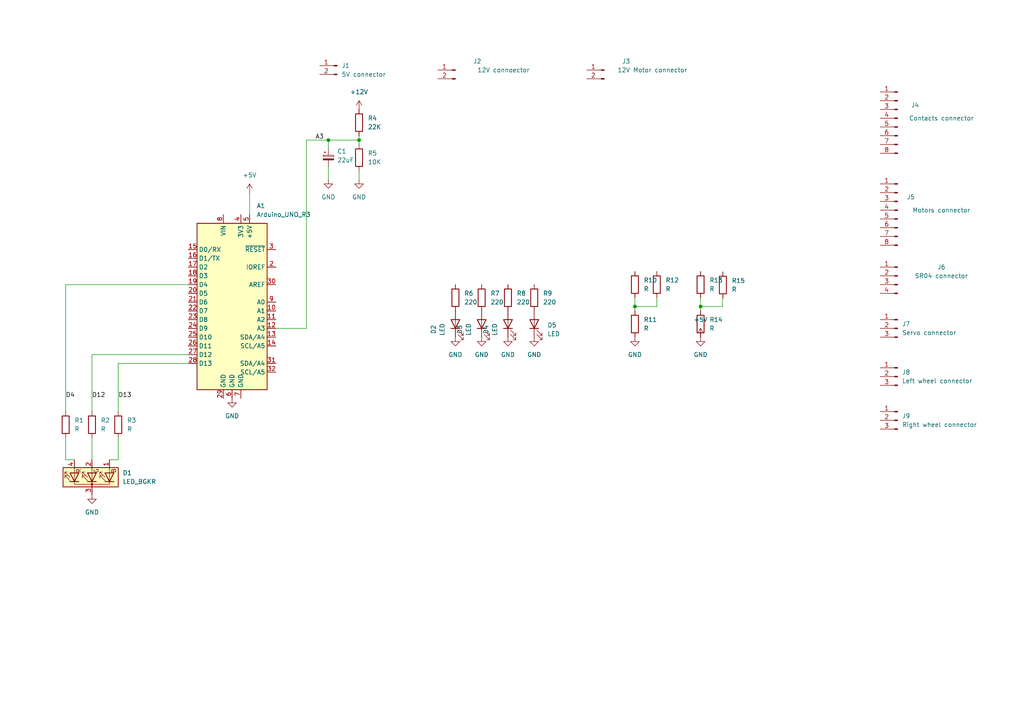
<source format=kicad_sch>
(kicad_sch (version 20211123) (generator eeschema)
  (paper "A4")
  (lib_symbols
    (symbol "Connector:Conn_01x02_Male" (pin_names (offset 1.016) hide)
      (property "Reference" "J" (at 0 2.54 0))
      (property "Value" "Conn_01x02_Male" (at 0 -5.08 0))
      (symbol "Conn_01x02_Male_1_1"
        (polyline (pts (xy 1.27 -2.54) (xy 0.8636 -2.54)) (stroke (width 0.1524)))
        (polyline (pts (xy 1.27 0) (xy 0.8636 0)) (stroke (width 0.1524)))
        (rectangle (start 0.8636 -2.413) (end 0 -2.667) (stroke (width 0.1524)) (fill (type outline)))
        (rectangle (start 0.8636 0.127) (end 0 -0.127) (stroke (width 0.1524)) (fill (type outline)))
        (pin passive line (at 5.08 0 180) (length 3.81) (name "Pin_1") (number "1"))
        (pin passive line (at 5.08 -2.54 180) (length 3.81) (name "Pin_2") (number "2"))
      )
    )
    (symbol "Connector:Conn_01x03_Male" (pin_names (offset 1.016) hide)
      (property "Reference" "J" (at 0 5.08 0))
      (property "Value" "Conn_01x03_Male" (at 0 -5.08 0))
      (symbol "Conn_01x03_Male_1_1"
        (polyline (pts (xy 1.27 -2.54) (xy 0.8636 -2.54)) (stroke (width 0.1524)))
        (polyline (pts (xy 1.27 0) (xy 0.8636 0)) (stroke (width 0.1524)))
        (polyline (pts (xy 1.27 2.54) (xy 0.8636 2.54)) (stroke (width 0.1524)))
        (rectangle (start 0.8636 -2.413) (end 0 -2.667) (stroke (width 0.1524)) (fill (type outline)))
        (rectangle (start 0.8636 0.127) (end 0 -0.127) (stroke (width 0.1524)) (fill (type outline)))
        (rectangle (start 0.8636 2.667) (end 0 2.413) (stroke (width 0.1524)) (fill (type outline)))
        (pin passive line (at 5.08 2.54 180) (length 3.81) (name "Pin_1") (number "1"))
        (pin passive line (at 5.08 0 180) (length 3.81) (name "Pin_2") (number "2"))
        (pin passive line (at 5.08 -2.54 180) (length 3.81) (name "Pin_3") (number "3"))
      )
    )
    (symbol "Connector:Conn_01x04_Male" (pin_names (offset 1.016) hide)
      (property "Reference" "J" (at 0 5.08 0))
      (property "Value" "Conn_01x04_Male" (at 0 -7.62 0))
      (symbol "Conn_01x04_Male_1_1"
        (polyline (pts (xy 1.27 -5.08) (xy 0.8636 -5.08)) (stroke (width 0.1524)))
        (polyline (pts (xy 1.27 -2.54) (xy 0.8636 -2.54)) (stroke (width 0.1524)))
        (polyline (pts (xy 1.27 0) (xy 0.8636 0)) (stroke (width 0.1524)))
        (polyline (pts (xy 1.27 2.54) (xy 0.8636 2.54)) (stroke (width 0.1524)))
        (rectangle (start 0.8636 -4.953) (end 0 -5.207) (stroke (width 0.1524)) (fill (type outline)))
        (rectangle (start 0.8636 -2.413) (end 0 -2.667) (stroke (width 0.1524)) (fill (type outline)))
        (rectangle (start 0.8636 0.127) (end 0 -0.127) (stroke (width 0.1524)) (fill (type outline)))
        (rectangle (start 0.8636 2.667) (end 0 2.413) (stroke (width 0.1524)) (fill (type outline)))
        (pin passive line (at 5.08 2.54 180) (length 3.81) (name "Pin_1") (number "1"))
        (pin passive line (at 5.08 0 180) (length 3.81) (name "Pin_2") (number "2"))
        (pin passive line (at 5.08 -2.54 180) (length 3.81) (name "Pin_3") (number "3"))
        (pin passive line (at 5.08 -5.08 180) (length 3.81) (name "Pin_4") (number "4"))
      )
    )
    (symbol "Connector:Conn_01x08_Male" (pin_names (offset 1.016) hide)
      (property "Reference" "J" (at 0 10.16 0))
      (property "Value" "Conn_01x08_Male" (at 0 -12.7 0))
      (symbol "Conn_01x08_Male_1_1"
        (polyline (pts (xy 1.27 -10.16) (xy 0.8636 -10.16)) (stroke (width 0.1524)))
        (polyline (pts (xy 1.27 -7.62) (xy 0.8636 -7.62)) (stroke (width 0.1524)))
        (polyline (pts (xy 1.27 -5.08) (xy 0.8636 -5.08)) (stroke (width 0.1524)))
        (polyline (pts (xy 1.27 -2.54) (xy 0.8636 -2.54)) (stroke (width 0.1524)))
        (polyline (pts (xy 1.27 0) (xy 0.8636 0)) (stroke (width 0.1524)))
        (polyline (pts (xy 1.27 2.54) (xy 0.8636 2.54)) (stroke (width 0.1524)))
        (polyline (pts (xy 1.27 5.08) (xy 0.8636 5.08)) (stroke (width 0.1524)))
        (polyline (pts (xy 1.27 7.62) (xy 0.8636 7.62)) (stroke (width 0.1524)))
        (rectangle (start 0.8636 -10.033) (end 0 -10.287) (stroke (width 0.1524)) (fill (type outline)))
        (rectangle (start 0.8636 -7.493) (end 0 -7.747) (stroke (width 0.1524)) (fill (type outline)))
        (rectangle (start 0.8636 -4.953) (end 0 -5.207) (stroke (width 0.1524)) (fill (type outline)))
        (rectangle (start 0.8636 -2.413) (end 0 -2.667) (stroke (width 0.1524)) (fill (type outline)))
        (rectangle (start 0.8636 0.127) (end 0 -0.127) (stroke (width 0.1524)) (fill (type outline)))
        (rectangle (start 0.8636 2.667) (end 0 2.413) (stroke (width 0.1524)) (fill (type outline)))
        (rectangle (start 0.8636 5.207) (end 0 4.953) (stroke (width 0.1524)) (fill (type outline)))
        (rectangle (start 0.8636 7.747) (end 0 7.493) (stroke (width 0.1524)) (fill (type outline)))
        (pin passive line (at 5.08 7.62 180) (length 3.81) (name "Pin_1") (number "1"))
        (pin passive line (at 5.08 5.08 180) (length 3.81) (name "Pin_2") (number "2"))
        (pin passive line (at 5.08 2.54 180) (length 3.81) (name "Pin_3") (number "3"))
        (pin passive line (at 5.08 0 180) (length 3.81) (name "Pin_4") (number "4"))
        (pin passive line (at 5.08 -2.54 180) (length 3.81) (name "Pin_5") (number "5"))
        (pin passive line (at 5.08 -5.08 180) (length 3.81) (name "Pin_6") (number "6"))
        (pin passive line (at 5.08 -7.62 180) (length 3.81) (name "Pin_7") (number "7"))
        (pin passive line (at 5.08 -10.16 180) (length 3.81) (name "Pin_8") (number "8"))
      )
    )
    (symbol "Device:C_Polarized_Small" (pin_numbers hide) (pin_names (offset 0.254) hide)
      (property "Reference" "C" (at 0.254 1.778 0))
      (property "Value" "C_Polarized_Small" (at 0.254 -2.032 0))
      (symbol "C_Polarized_Small_0_1"
        (rectangle (start -1.524 -0.3048) (end 1.524 -0.6858) (fill (type outline)))
        (rectangle (start -1.524 0.6858) (end 1.524 0.3048))
        (polyline (pts (xy -1.27 1.524) (xy -0.762 1.524)))
        (polyline (pts (xy -1.016 1.27) (xy -1.016 1.778)))
      )
      (symbol "C_Polarized_Small_1_1"
        (pin passive line (at 0 2.54 270) (length 1.8542) (name "~") (number "1"))
        (pin passive line (at 0 -2.54 90) (length 1.8542) (name "~") (number "2"))
      )
    )
    (symbol "Device:LED" (pin_numbers hide) (pin_names (offset 1.016) hide)
      (property "Reference" "D" (at 0 2.54 0))
      (property "Value" "LED" (at 0 -2.54 0))
      (symbol "LED_0_1"
        (polyline (pts (xy -1.27 -1.27) (xy -1.27 1.27)) (stroke (width 0.254)))
        (polyline (pts (xy -1.27 0) (xy 1.27 0)))
        (polyline (pts (xy 1.27 -1.27) (xy 1.27 1.27) (xy -1.27 0) (xy 1.27 -1.27)) (stroke (width 0.254)))
        (polyline (pts (xy -3.048 -0.762) (xy -4.572 -2.286) (xy -3.81 -2.286) (xy -4.572 -2.286) (xy -4.572 -1.524)))
        (polyline (pts (xy -1.778 -0.762) (xy -3.302 -2.286) (xy -2.54 -2.286) (xy -3.302 -2.286) (xy -3.302 -1.524)))
      )
      (symbol "LED_1_1"
        (pin passive line (at -3.81 0 0) (length 2.54) (name "K") (number "1"))
        (pin passive line (at 3.81 0 180) (length 2.54) (name "A") (number "2"))
      )
    )
    (symbol "Device:LED_BGKR" (pin_names (offset 0) hide)
      (property "Reference" "D" (at 0 9.398 0))
      (property "Value" "LED_BGKR" (at 0 -8.89 0))
      (symbol "LED_BGKR_0_0"
        (text "B" (at 1.905 -6.35 0) (effects (font (size 1.27 1.27))))
        (text "G" (at 1.905 -1.27 0) (effects (font (size 1.27 1.27))))
        (text "R" (at 1.905 3.81 0) (effects (font (size 1.27 1.27))))
      )
      (symbol "LED_BGKR_0_1"
        (circle (center -2.032 0) (radius 0.254) (fill (type outline)))
        (polyline (pts (xy -1.27 -5.08) (xy 1.27 -5.08)))
        (polyline (pts (xy -1.27 -3.81) (xy -1.27 -6.35)) (stroke (width 0.254)))
        (polyline (pts (xy -1.27 0) (xy -2.54 0)))
        (polyline (pts (xy -1.27 1.27) (xy -1.27 -1.27)) (stroke (width 0.254)))
        (polyline (pts (xy -1.27 5.08) (xy 1.27 5.08)))
        (polyline (pts (xy -1.27 6.35) (xy -1.27 3.81)) (stroke (width 0.254)))
        (polyline (pts (xy 1.27 -5.08) (xy 2.54 -5.08)))
        (polyline (pts (xy 1.27 0) (xy -1.27 0)))
        (polyline (pts (xy 1.27 0) (xy 2.54 0)))
        (polyline (pts (xy 1.27 5.08) (xy 2.54 5.08)))
        (polyline (pts (xy -1.27 1.27) (xy -1.27 -1.27) (xy -1.27 -1.27)))
        (polyline (pts (xy -1.27 6.35) (xy -1.27 3.81) (xy -1.27 3.81)))
        (polyline (pts (xy -1.27 5.08) (xy -2.032 5.08) (xy -2.032 -5.08) (xy -1.016 -5.08)))
        (polyline (pts (xy 1.27 -3.81) (xy 1.27 -6.35) (xy -1.27 -5.08) (xy 1.27 -3.81)) (stroke (width 0.254)))
        (polyline (pts (xy 1.27 1.27) (xy 1.27 -1.27) (xy -1.27 0) (xy 1.27 1.27)) (stroke (width 0.254)))
        (polyline (pts (xy 1.27 6.35) (xy 1.27 3.81) (xy -1.27 5.08) (xy 1.27 6.35)) (stroke (width 0.254)))
        (polyline (pts (xy -1.016 -3.81) (xy 0.508 -2.286) (xy -0.254 -2.286) (xy 0.508 -2.286) (xy 0.508 -3.048)))
        (polyline (pts (xy -1.016 1.27) (xy 0.508 2.794) (xy -0.254 2.794) (xy 0.508 2.794) (xy 0.508 2.032)))
        (polyline (pts (xy -1.016 6.35) (xy 0.508 7.874) (xy -0.254 7.874) (xy 0.508 7.874) (xy 0.508 7.112)))
        (polyline (pts (xy 0 -3.81) (xy 1.524 -2.286) (xy 0.762 -2.286) (xy 1.524 -2.286) (xy 1.524 -3.048)))
        (polyline (pts (xy 0 1.27) (xy 1.524 2.794) (xy 0.762 2.794) (xy 1.524 2.794) (xy 1.524 2.032)))
        (polyline (pts (xy 0 6.35) (xy 1.524 7.874) (xy 0.762 7.874) (xy 1.524 7.874) (xy 1.524 7.112)))
        (rectangle (start 1.27 -1.27) (end 1.27 1.27))
        (rectangle (start 1.27 1.27) (end 1.27 1.27))
        (rectangle (start 1.27 3.81) (end 1.27 6.35))
        (rectangle (start 1.27 6.35) (end 1.27 6.35))
        (rectangle (start 2.794 8.382) (end -2.794 -7.62) (stroke (width 0.254)) (fill (type background)))
      )
      (symbol "LED_BGKR_1_1"
        (pin passive line (at 5.08 -5.08 180) (length 2.54) (name "BA") (number "1"))
        (pin passive line (at 5.08 0 180) (length 2.54) (name "GA") (number "2"))
        (pin passive line (at -5.08 0 0) (length 2.54) (name "K") (number "3"))
        (pin passive line (at 5.08 5.08 180) (length 2.54) (name "RA") (number "4"))
      )
    )
    (symbol "Device:R" (pin_numbers hide) (pin_names (offset 0))
      (property "Reference" "R" (at 2.032 0 90))
      (property "Value" "R" (at 0 0 90))
      (symbol "R_0_1"
        (rectangle (start -1.016 -2.54) (end 1.016 2.54) (stroke (width 0.254)))
      )
      (symbol "R_1_1"
        (pin passive line (at 0 3.81 270) (length 1.27) (name "~") (number "1"))
        (pin passive line (at 0 -3.81 90) (length 1.27) (name "~") (number "2"))
      )
    )
    (symbol "MCU_Module:Arduino_UNO_R3"
      (property "Reference" "A" (at -10.16 23.495 0))
      (property "Value" "Arduino_UNO_R3" (at 5.08 -26.67 0))
      (symbol "Arduino_UNO_R3_0_1"
        (rectangle (start -10.16 22.86) (end 10.16 -25.4) (stroke (width 0.254)) (fill (type background)))
      )
      (symbol "Arduino_UNO_R3_1_1"
        (pin no_connect line (at -10.16 -20.32 0) (length 2.54) hide (name "NC") (number "1"))
        (pin bidirectional line (at 12.7 -2.54 180) (length 2.54) (name "A1") (number "10"))
        (pin bidirectional line (at 12.7 -5.08 180) (length 2.54) (name "A2") (number "11"))
        (pin bidirectional line (at 12.7 -7.62 180) (length 2.54) (name "A3") (number "12"))
        (pin bidirectional line (at 12.7 -10.16 180) (length 2.54) (name "SDA/A4") (number "13"))
        (pin bidirectional line (at 12.7 -12.7 180) (length 2.54) (name "SCL/A5") (number "14"))
        (pin bidirectional line (at -12.7 15.24 0) (length 2.54) (name "D0/RX") (number "15"))
        (pin bidirectional line (at -12.7 12.7 0) (length 2.54) (name "D1/TX") (number "16"))
        (pin bidirectional line (at -12.7 10.16 0) (length 2.54) (name "D2") (number "17"))
        (pin bidirectional line (at -12.7 7.62 0) (length 2.54) (name "D3") (number "18"))
        (pin bidirectional line (at -12.7 5.08 0) (length 2.54) (name "D4") (number "19"))
        (pin output line (at 12.7 10.16 180) (length 2.54) (name "IOREF") (number "2"))
        (pin bidirectional line (at -12.7 2.54 0) (length 2.54) (name "D5") (number "20"))
        (pin bidirectional line (at -12.7 0 0) (length 2.54) (name "D6") (number "21"))
        (pin bidirectional line (at -12.7 -2.54 0) (length 2.54) (name "D7") (number "22"))
        (pin bidirectional line (at -12.7 -5.08 0) (length 2.54) (name "D8") (number "23"))
        (pin bidirectional line (at -12.7 -7.62 0) (length 2.54) (name "D9") (number "24"))
        (pin bidirectional line (at -12.7 -10.16 0) (length 2.54) (name "D10") (number "25"))
        (pin bidirectional line (at -12.7 -12.7 0) (length 2.54) (name "D11") (number "26"))
        (pin bidirectional line (at -12.7 -15.24 0) (length 2.54) (name "D12") (number "27"))
        (pin bidirectional line (at -12.7 -17.78 0) (length 2.54) (name "D13") (number "28"))
        (pin power_in line (at -2.54 -27.94 90) (length 2.54) (name "GND") (number "29"))
        (pin input line (at 12.7 15.24 180) (length 2.54) (name "~{RESET}") (number "3"))
        (pin input line (at 12.7 5.08 180) (length 2.54) (name "AREF") (number "30"))
        (pin bidirectional line (at 12.7 -17.78 180) (length 2.54) (name "SDA/A4") (number "31"))
        (pin bidirectional line (at 12.7 -20.32 180) (length 2.54) (name "SCL/A5") (number "32"))
        (pin power_out line (at 2.54 25.4 270) (length 2.54) (name "3V3") (number "4"))
        (pin power_out line (at 5.08 25.4 270) (length 2.54) (name "+5V") (number "5"))
        (pin power_in line (at 0 -27.94 90) (length 2.54) (name "GND") (number "6"))
        (pin power_in line (at 2.54 -27.94 90) (length 2.54) (name "GND") (number "7"))
        (pin power_in line (at -2.54 25.4 270) (length 2.54) (name "VIN") (number "8"))
        (pin bidirectional line (at 12.7 0 180) (length 2.54) (name "A0") (number "9"))
      )
    )
    (symbol "power:+12V" (power) (pin_names (offset 0))
      (property "Value" "+12V" (at 0 3.556 0))
      (symbol "+12V_0_1"
        (polyline (pts (xy -0.762 1.27) (xy 0 2.54)))
        (polyline (pts (xy 0 0) (xy 0 2.54)))
        (polyline (pts (xy 0 2.54) (xy 0.762 1.27)))
      )
      (symbol "+12V_1_1"
        (pin power_in line (at 0 0 90) (length 0) hide (name "+12V") (number "1"))
      )
    )
    (symbol "power:+5V" (power) (pin_names (offset 0))
      (property "Value" "+5V" (at 0 3.556 0))
      (symbol "+5V_0_1"
        (polyline (pts (xy -0.762 1.27) (xy 0 2.54)))
        (polyline (pts (xy 0 0) (xy 0 2.54)))
        (polyline (pts (xy 0 2.54) (xy 0.762 1.27)))
      )
      (symbol "+5V_1_1"
        (pin power_in line (at 0 0 90) (length 0) hide (name "+5V") (number "1"))
      )
    )
    (symbol "power:GND" (power) (pin_names (offset 0))
      (property "Value" "GND" (at 0 -3.81 0))
      (symbol "GND_0_1"
        (polyline (pts (xy 0 0) (xy 0 -1.27) (xy 1.27 -1.27) (xy 0 -2.54) (xy -1.27 -1.27) (xy 0 -1.27)))
      )
      (symbol "GND_1_1"
        (pin power_in line (at 0 0 270) (length 0) hide (name "GND") (number "1"))
      )
    )
  )
  (junction (at 104.14 40.64))
  (junction (at 95.25 40.64))
  (junction (at 203.2 88.9))
  (junction (at 184.15 88.9))
  (wire (pts (xy 72.39 55.88) (xy 72.39 62.23)))
  (wire (pts (xy 88.9 40.64) (xy 88.9 95.25)))
  (wire (pts (xy 190.5 86.36) (xy 190.5 88.9)))
  (wire (pts (xy 104.14 40.64) (xy 104.14 41.91)))
  (wire (pts (xy 104.14 39.37) (xy 104.14 40.64)))
  (wire (pts (xy 95.25 43.18) (xy 95.25 40.64)))
  (wire (pts (xy 209.55 86.36) (xy 209.55 88.9)))
  (wire (pts (xy 19.05 133.35) (xy 21.59 133.35)))
  (wire (pts (xy 95.25 40.64) (xy 88.9 40.64)))
  (wire (pts (xy 34.29 127) (xy 34.29 133.35)))
  (wire (pts (xy 95.25 40.64) (xy 104.14 40.64)))
  (wire (pts (xy 26.67 119.38) (xy 26.67 102.87)))
  (wire (pts (xy 209.55 88.9) (xy 203.2 88.9)))
  (wire (pts (xy 26.67 127) (xy 26.67 133.35)))
  (wire (pts (xy 95.25 48.26) (xy 95.25 52.07)))
  (wire (pts (xy 184.15 88.9) (xy 184.15 90.17)))
  (wire (pts (xy 104.14 49.53) (xy 104.14 52.07)))
  (wire (pts (xy 190.5 88.9) (xy 184.15 88.9)))
  (wire (pts (xy 26.67 102.87) (xy 54.61 102.87)))
  (wire (pts (xy 88.9 95.25) (xy 80.01 95.25)))
  (wire (pts (xy 203.2 88.9) (xy 203.2 90.17)))
  (wire (pts (xy 184.15 86.36) (xy 184.15 88.9)))
  (wire (pts (xy 19.05 127) (xy 19.05 133.35)))
  (wire (pts (xy 34.29 133.35) (xy 31.75 133.35)))
  (wire (pts (xy 19.05 82.55) (xy 19.05 119.38)))
  (wire (pts (xy 34.29 105.41) (xy 54.61 105.41)))
  (wire (pts (xy 203.2 86.36) (xy 203.2 88.9)))
  (wire (pts (xy 34.29 119.38) (xy 34.29 105.41)))
  (wire (pts (xy 19.05 82.55) (xy 54.61 82.55)))
  (label "D12" (at 26.67 115.57 0))
  (label "D4" (at 19.05 115.57 0))
  (label "D13" (at 34.29 115.57 0))
  (label "A3" (at 91.44 40.64 0))
  (symbol (lib_id "power:GND") (at 132.08 97.79 0) (unit 1)
    (property "Reference" "#PWR0108" (effects hide))
    (property "Value" "GND" (at 132.08 102.87 0))
  )
  (symbol (lib_id "power:GND") (at 184.15 97.79 0) (unit 1)
    (property "Reference" "#PWR0105" (effects hide))
    (property "Value" "GND" (at 184.15 102.87 0))
  )
  (symbol (lib_id "Connector:Conn_01x02_Male") (at 97.79 19.05 0) (mirror y) (unit 1)
    (property "Reference" "J1" (at 99.06 19.0499 0) (effects (justify right)))
    (property "Value" "5V connector" (at 99.06 21.5899 0) (effects (justify right)))
  )
  (symbol (lib_id "power:+5V") (at 72.39 55.88 0) (unit 1)
    (property "Reference" "#PWR0112" (effects hide))
    (property "Value" "+5V" (at 72.39 50.8 0))
  )
  (symbol (lib_id "power:GND") (at 104.14 52.07 0) (unit 1)
    (property "Reference" "#PWR0106" (effects hide))
    (property "Value" "GND" (at 104.14 57.15 0))
  )
  (symbol (lib_id "power:GND") (at 154.94 97.79 0) (unit 1)
    (property "Reference" "#PWR0111" (effects hide))
    (property "Value" "GND" (at 154.94 102.87 0))
  )
  (symbol (lib_id "power:+12V") (at 104.14 31.75 0) (unit 1)
    (property "Reference" "#PWR0107" (effects hide))
    (property "Value" "+12V" (at 104.14 26.67 0))
  )
  (symbol (lib_id "Device:R") (at 203.2 93.98 0) (unit 1)
    (property "Reference" "R14" (at 205.74 92.7099 0) (effects (justify left)))
    (property "Value" "R" (at 205.74 95.2499 0) (effects (justify left)))
  )
  (symbol (lib_id "Device:R") (at 34.29 123.19 0) (unit 1)
    (property "Reference" "R3" (at 36.83 121.9199 0) (effects (justify left)))
    (property "Value" "R" (at 36.83 124.4599 0) (effects (justify left)))
  )
  (symbol (lib_id "Device:LED") (at 139.7 93.98 90) (unit 1)
    (property "Reference" "D3" (at 133.35 95.5675 0))
    (property "Value" "LED" (at 135.89 95.5675 0))
  )
  (symbol (lib_id "Connector:Conn_01x08_Male") (at 260.35 34.29 0) (mirror y) (unit 1)
    (property "Reference" "J4" (at 265.43 30.48 0))
    (property "Value" "Contacts connector" (at 273.05 34.29 0))
  )
  (symbol (lib_id "Device:C_Polarized_Small") (at 95.25 45.72 0) (unit 1)
    (property "Reference" "C1" (at 97.79 43.9038 0) (effects (justify left)))
    (property "Value" "22uF" (at 97.79 46.4438 0) (effects (justify left)))
  )
  (symbol (lib_id "Device:LED_BGKR") (at 26.67 138.43 90) (unit 1)
    (property "Reference" "D1" (at 35.56 137.1599 90) (effects (justify right)))
    (property "Value" "LED_BGKR" (at 35.56 139.6999 90) (effects (justify right)))
  )
  (symbol (lib_id "Connector:Conn_01x04_Male") (at 260.35 80.01 0) (mirror y) (unit 1)
    (property "Reference" "J6" (at 273.05 77.47 0))
    (property "Value" "SR04 connector" (at 273.05 80.01 0))
  )
  (symbol (lib_id "Device:R") (at 190.5 82.55 0) (unit 1)
    (property "Reference" "R12" (at 193.04 81.2799 0) (effects (justify left)))
    (property "Value" "R" (at 193.04 83.8199 0) (effects (justify left)))
  )
  (symbol (lib_id "Device:R") (at 104.14 45.72 0) (unit 1)
    (property "Reference" "R5" (at 106.68 44.4499 0) (effects (justify left)))
    (property "Value" "10K" (at 106.68 46.9899 0) (effects (justify left)))
  )
  (symbol (lib_id "Device:R") (at 154.94 86.36 0) (unit 1)
    (property "Reference" "R9" (at 157.48 85.0899 0) (effects (justify left)))
    (property "Value" "220" (at 157.48 87.6299 0) (effects (justify left)))
  )
  (symbol (lib_id "Connector:Conn_01x03_Male") (at 260.35 121.92 0) (mirror y) (unit 1)
    (property "Reference" "J9" (at 261.62 120.6499 0) (effects (justify right)))
    (property "Value" "Right wheel connector" (at 261.62 123.1899 0) (effects (justify right)))
  )
  (symbol (lib_id "Connector:Conn_01x02_Male") (at 132.08 20.32 0) (mirror y) (unit 1)
    (property "Reference" "J2" (at 138.43 17.78 0))
    (property "Value" "12V connoector" (at 146.05 20.32 0))
  )
  (symbol (lib_id "Device:LED") (at 147.32 93.98 90) (unit 1)
    (property "Reference" "D4" (at 140.97 95.5675 0))
    (property "Value" "LED" (at 143.51 95.5675 0))
  )
  (symbol (lib_id "Connector:Conn_01x03_Male") (at 260.35 95.25 0) (mirror y) (unit 1)
    (property "Reference" "J7" (at 261.62 93.9799 0) (effects (justify right)))
    (property "Value" "Servo connector" (at 261.62 96.5199 0) (effects (justify right)))
  )
  (symbol (lib_id "Device:R") (at 132.08 86.36 0) (unit 1)
    (property "Reference" "R6" (at 134.62 85.0899 0) (effects (justify left)))
    (property "Value" "220" (at 134.62 87.6299 0) (effects (justify left)))
  )
  (symbol (lib_id "Device:R") (at 26.67 123.19 0) (unit 1)
    (property "Reference" "R2" (at 29.21 121.9199 0) (effects (justify left)))
    (property "Value" "R" (at 29.21 124.4599 0) (effects (justify left)))
  )
  (symbol (lib_id "power:GND") (at 203.2 97.79 0) (unit 1)
    (property "Reference" "#PWR0104" (effects hide))
    (property "Value" "GND" (at 203.2 102.87 0))
  )
  (symbol (lib_id "Device:R") (at 147.32 86.36 0) (unit 1)
    (property "Reference" "R8" (at 149.86 85.0899 0) (effects (justify left)))
    (property "Value" "220" (at 149.86 87.6299 0) (effects (justify left)))
  )
  (symbol (lib_id "Device:LED") (at 132.08 93.98 90) (unit 1)
    (property "Reference" "D2" (at 125.73 95.5675 0))
    (property "Value" "LED" (at 128.27 95.5675 0))
  )
  (symbol (lib_id "Connector:Conn_01x02_Male") (at 175.26 20.32 0) (mirror y) (unit 1)
    (property "Reference" "J3" (at 181.61 17.78 0))
    (property "Value" "12V Motor connector" (at 189.23 20.32 0))
  )
  (symbol (lib_id "power:GND") (at 95.25 52.07 0) (unit 1)
    (property "Reference" "#PWR0113" (effects hide))
    (property "Value" "GND" (at 95.25 57.15 0))
  )
  (symbol (lib_id "Device:R") (at 19.05 123.19 0) (unit 1)
    (property "Reference" "R1" (at 21.59 121.9199 0) (effects (justify left)))
    (property "Value" "R" (at 21.59 124.4599 0) (effects (justify left)))
  )
  (symbol (lib_id "Device:R") (at 104.14 35.56 0) (unit 1)
    (property "Reference" "R4" (at 106.68 34.2899 0) (effects (justify left)))
    (property "Value" "22K" (at 106.68 36.8299 0) (effects (justify left)))
  )
  (symbol (lib_id "Device:R") (at 184.15 82.55 0) (unit 1)
    (property "Reference" "R10" (at 186.69 81.2799 0) (effects (justify left)))
    (property "Value" "R" (at 186.69 83.8199 0) (effects (justify left)))
  )
  (symbol (lib_id "Connector:Conn_01x03_Male") (at 260.35 109.22 0) (mirror y) (unit 1)
    (property "Reference" "J8" (at 261.62 107.9499 0) (effects (justify right)))
    (property "Value" "Left wheel connector" (at 261.62 110.4899 0) (effects (justify right)))
  )
  (symbol (lib_id "MCU_Module:Arduino_UNO_R3") (at 67.31 87.63 0) (unit 1)
    (property "Reference" "A1" (at 74.4094 59.69 0) (effects (justify left)))
    (property "Value" "Arduino_UNO_R3" (at 74.4094 62.23 0) (effects (justify left)))
    (property "Footprint" "Module:Arduino_UNO_R3" (effects hide))
    (property "Datasheet" "https://www.arduino.cc/en/Main/arduinoBoardUno" (effects hide))
  )
  (symbol (lib_id "Device:R") (at 139.7 86.36 0) (unit 1)
    (property "Reference" "R7" (at 142.24 85.0899 0) (effects (justify left)))
    (property "Value" "220" (at 142.24 87.6299 0) (effects (justify left)))
  )
  (symbol (lib_id "power:+5V") (at 203.2 97.79 0) (unit 1)
    (property "Reference" "#PWR0103" (effects hide))
    (property "Value" "+5V" (at 203.2 92.71 0))
  )
  (symbol (lib_id "power:GND") (at 26.67 143.51 0) (unit 1)
    (property "Reference" "#PWR0114" (effects hide))
    (property "Value" "GND" (at 26.67 148.59 0))
  )
  (symbol (lib_id "Device:R") (at 184.15 93.98 0) (unit 1)
    (property "Reference" "R11" (at 186.69 92.7099 0) (effects (justify left)))
    (property "Value" "R" (at 186.69 95.2499 0) (effects (justify left)))
  )
  (symbol (lib_id "Device:R") (at 203.2 82.55 0) (unit 1)
    (property "Reference" "R13" (at 205.74 81.2799 0) (effects (justify left)))
    (property "Value" "R" (at 205.74 83.8199 0) (effects (justify left)))
  )
  (symbol (lib_id "Device:LED") (at 154.94 93.98 90) (unit 1)
    (property "Reference" "D5" (at 158.75 94.2974 90) (effects (justify right)))
    (property "Value" "LED" (at 158.75 96.8374 90) (effects (justify right)))
  )
  (symbol (lib_id "power:GND") (at 139.7 97.79 0) (unit 1)
    (property "Reference" "#PWR0109" (effects hide))
    (property "Value" "GND" (at 139.7 102.87 0))
  )
  (symbol (lib_id "Device:R") (at 209.6697 82.6722 0) (unit 1)
    (property "Reference" "R15" (at 212.2097 81.4021 0) (effects (justify left)))
    (property "Value" "R" (at 212.2097 83.9421 0) (effects (justify left)))
  )
  (symbol (lib_id "power:GND") (at 67.31 115.57 0) (unit 1)
    (property "Reference" "#PWR0115" (effects hide))
    (property "Value" "GND" (at 67.31 120.65 0))
  )
  (symbol (lib_id "power:GND") (at 147.32 97.79 0) (unit 1)
    (property "Reference" "#PWR0110" (effects hide))
    (property "Value" "GND" (at 147.32 102.87 0))
  )
  (symbol (lib_id "Connector:Conn_01x08_Male") (at 260.35 60.96 0) (mirror y) (unit 1)
    (property "Reference" "J5" (at 264.16 57.15 0))
    (property "Value" "Motors connector" (at 273.05 60.96 0))
  )
)
</source>
